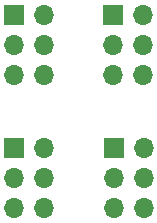
<source format=gbr>
%TF.GenerationSoftware,KiCad,Pcbnew,(6.0.7-1)-1*%
%TF.CreationDate,2022-10-12T15:16:06-04:00*%
%TF.ProjectId,Connection boardV1.0,436f6e6e-6563-4746-996f-6e20626f6172,rev?*%
%TF.SameCoordinates,Original*%
%TF.FileFunction,Soldermask,Top*%
%TF.FilePolarity,Negative*%
%FSLAX46Y46*%
G04 Gerber Fmt 4.6, Leading zero omitted, Abs format (unit mm)*
G04 Created by KiCad (PCBNEW (6.0.7-1)-1) date 2022-10-12 15:16:06*
%MOMM*%
%LPD*%
G01*
G04 APERTURE LIST*
%ADD10R,1.700000X1.700000*%
%ADD11O,1.700000X1.700000*%
G04 APERTURE END LIST*
D10*
%TO.C,J3*%
X111440200Y-114238800D03*
D11*
X113980200Y-114238800D03*
X111440200Y-116778800D03*
X113980200Y-116778800D03*
X111440200Y-119318800D03*
X113980200Y-119318800D03*
%TD*%
D10*
%TO.C,J2*%
X111364000Y-102986600D03*
D11*
X113904000Y-102986600D03*
X111364000Y-105526600D03*
X113904000Y-105526600D03*
X111364000Y-108066600D03*
X113904000Y-108066600D03*
%TD*%
D10*
%TO.C,J1*%
X103037800Y-102997000D03*
D11*
X105577800Y-102997000D03*
X103037800Y-105537000D03*
X105577800Y-105537000D03*
X103037800Y-108077000D03*
X105577800Y-108077000D03*
%TD*%
D10*
%TO.C,J4*%
X102982000Y-114238800D03*
D11*
X105522000Y-114238800D03*
X102982000Y-116778800D03*
X105522000Y-116778800D03*
X102982000Y-119318800D03*
X105522000Y-119318800D03*
%TD*%
M02*

</source>
